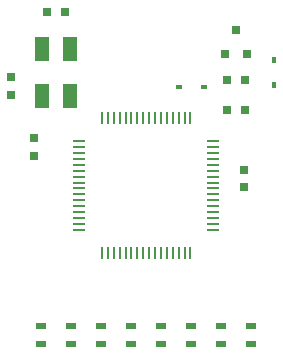
<source format=gbr>
G04 #@! TF.GenerationSoftware,KiCad,Pcbnew,5.0.0*
G04 #@! TF.CreationDate,2018-11-12T22:36:05-05:00*
G04 #@! TF.ProjectId,dot-driver,646F742D6472697665722E6B69636164,rev?*
G04 #@! TF.SameCoordinates,Original*
G04 #@! TF.FileFunction,Paste,Bot*
G04 #@! TF.FilePolarity,Positive*
%FSLAX46Y46*%
G04 Gerber Fmt 4.6, Leading zero omitted, Abs format (unit mm)*
G04 Created by KiCad (PCBNEW 5.0.0) date Mon Nov 12 22:36:05 2018*
%MOMM*%
%LPD*%
G01*
G04 APERTURE LIST*
%ADD10R,0.250000X1.000000*%
%ADD11R,1.000000X0.250000*%
%ADD12R,0.800000X0.750000*%
%ADD13R,0.750000X0.800000*%
%ADD14R,0.450000X0.590000*%
%ADD15R,0.590000X0.450000*%
%ADD16R,0.900000X0.500000*%
%ADD17R,0.800100X0.800100*%
%ADD18R,1.300000X2.000000*%
G04 APERTURE END LIST*
D10*
G04 #@! TO.C,U2*
X137220000Y-87715000D03*
X137720000Y-87715000D03*
X138220000Y-87715000D03*
X138720000Y-87715000D03*
X139220000Y-87715000D03*
X139720000Y-87715000D03*
X140220000Y-87715000D03*
X140720000Y-87715000D03*
X141220000Y-87715000D03*
X141720000Y-87715000D03*
X142220000Y-87715000D03*
X142720000Y-87715000D03*
X143220000Y-87715000D03*
X143720000Y-87715000D03*
X144220000Y-87715000D03*
X144720000Y-87715000D03*
D11*
X146670000Y-89665000D03*
X146670000Y-90165000D03*
X146670000Y-90665000D03*
X146670000Y-91165000D03*
X146670000Y-91665000D03*
X146670000Y-92165000D03*
X146670000Y-92665000D03*
X146670000Y-93165000D03*
X146670000Y-93665000D03*
X146670000Y-94165000D03*
X146670000Y-94665000D03*
X146670000Y-95165000D03*
X146670000Y-95665000D03*
X146670000Y-96165000D03*
X146670000Y-96665000D03*
X146670000Y-97165000D03*
D10*
X144720000Y-99115000D03*
X144220000Y-99115000D03*
X143720000Y-99115000D03*
X143220000Y-99115000D03*
X142720000Y-99115000D03*
X142220000Y-99115000D03*
X141720000Y-99115000D03*
X141220000Y-99115000D03*
X140720000Y-99115000D03*
X140220000Y-99115000D03*
X139720000Y-99115000D03*
X139220000Y-99115000D03*
X138720000Y-99115000D03*
X138220000Y-99115000D03*
X137720000Y-99115000D03*
X137220000Y-99115000D03*
D11*
X135270000Y-97165000D03*
X135270000Y-96665000D03*
X135270000Y-96165000D03*
X135270000Y-95665000D03*
X135270000Y-95165000D03*
X135270000Y-94665000D03*
X135270000Y-94165000D03*
X135270000Y-93665000D03*
X135270000Y-93165000D03*
X135270000Y-92665000D03*
X135270000Y-92165000D03*
X135270000Y-91665000D03*
X135270000Y-91165000D03*
X135270000Y-90665000D03*
X135270000Y-90165000D03*
X135270000Y-89665000D03*
G04 #@! TD*
D12*
G04 #@! TO.C,C1*
X149340000Y-86995000D03*
X147840000Y-86995000D03*
G04 #@! TD*
G04 #@! TO.C,C2*
X147840000Y-84455000D03*
X149340000Y-84455000D03*
G04 #@! TD*
D13*
G04 #@! TO.C,C3*
X129540000Y-85725000D03*
X129540000Y-84225000D03*
G04 #@! TD*
D12*
G04 #@! TO.C,C4*
X132600000Y-78740000D03*
X134100000Y-78740000D03*
G04 #@! TD*
D14*
G04 #@! TO.C,D1*
X151765000Y-82765000D03*
X151765000Y-84875000D03*
G04 #@! TD*
D15*
G04 #@! TO.C,D2*
X143725000Y-85090000D03*
X145835000Y-85090000D03*
G04 #@! TD*
D16*
G04 #@! TO.C,R1*
X132080000Y-106795000D03*
X132080000Y-105295000D03*
G04 #@! TD*
G04 #@! TO.C,R3*
X134620000Y-105295000D03*
X134620000Y-106795000D03*
G04 #@! TD*
G04 #@! TO.C,R6*
X137160000Y-106795000D03*
X137160000Y-105295000D03*
G04 #@! TD*
G04 #@! TO.C,R9*
X139700000Y-105295000D03*
X139700000Y-106795000D03*
G04 #@! TD*
G04 #@! TO.C,R11*
X142240000Y-106795000D03*
X142240000Y-105295000D03*
G04 #@! TD*
G04 #@! TO.C,R13*
X144780000Y-105295000D03*
X144780000Y-106795000D03*
G04 #@! TD*
G04 #@! TO.C,R15*
X147320000Y-106795000D03*
X147320000Y-105295000D03*
G04 #@! TD*
G04 #@! TO.C,R17*
X149860000Y-106795000D03*
X149860000Y-105295000D03*
G04 #@! TD*
D17*
G04 #@! TO.C,U1*
X149540000Y-82280760D03*
X147640000Y-82280760D03*
X148590000Y-80281780D03*
G04 #@! TD*
D18*
G04 #@! TO.C,Y1*
X132150000Y-85820000D03*
X132150000Y-81820000D03*
X134550000Y-81820000D03*
X134550000Y-85820000D03*
G04 #@! TD*
D13*
G04 #@! TO.C,C5*
X131445000Y-89420000D03*
X131445000Y-90920000D03*
G04 #@! TD*
G04 #@! TO.C,C6*
X149225000Y-93575000D03*
X149225000Y-92075000D03*
G04 #@! TD*
M02*

</source>
